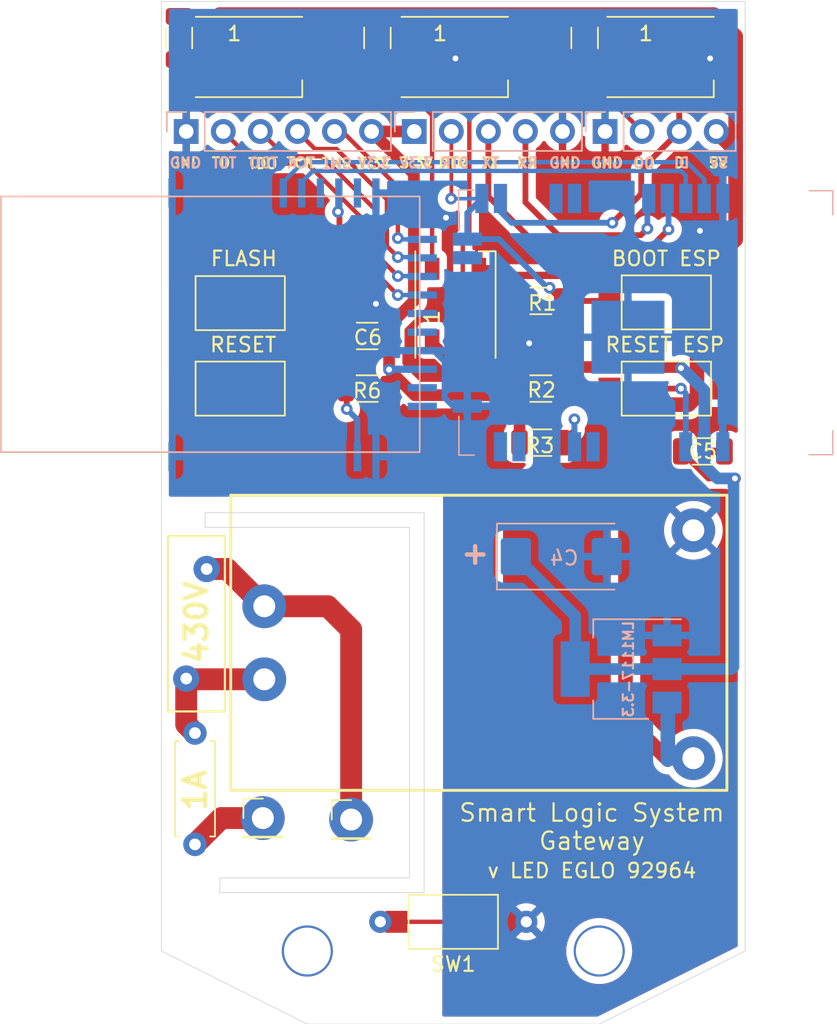
<source format=kicad_pcb>
(kicad_pcb (version 20210606) (generator pcbnew)
  (layers (0 "F.Cu" signal) (31 "B.Cu" signal) (34 "B.Paste" user) (35 "F.Paste" user) (36 "B.SilkS" user "B.Silkscreen") (37 "F.SilkS" user "F.Silkscreen") (38 "B.Mask" user) (39 "F.Mask" user) (44 "Edge.Cuts" user))
  (net 0 "")
  (net 1 "GND")
  (net 2 "o_RX")
  (net 3 "o_TX")
  (net 4 "o_3.3V")
  (net 5 "Net-(MOD1-Pad3)")
  (net 6 "PA_EN")
  (net 7 "SW1")
  (net 8 "CLK")
  (net 9 "CMD")
  (net 10 "Net-(J2-Pad2)")
  (net 11 "D0")
  (net 12 "RST")
  (net 13 "RX_ESP")
  (net 14 "TX_ESP")
  (net 15 "5V")
  (net 16 "Net-(LED3-Pad2)")
  (net 17 "Net-(LED1-Pad2)")
  (net 18 "Net-(LED2-Pad2)")
  (net 19 "/FLASH1")
  (net 20 "Net-(DA1-Pad1)")
  (net 21 "Net-(DA1-Pad2)")
  (net 26 "/TDI1")
  (net 27 "/TDO1")
  (net 30 "LER_R")
  (net 31 "LED_B")
  (net 32 "LED_G")
  (net 33 "Net-(F1-Pad1)")
  (net 34 "reset")
  (net 35 "TCK")
  (net 36 "TMS")
  (footprint "Capacitor_SMD:C_1206_3216Metric" (layer "F.Cu") (at 59 42.5 -90)
    (fp_text reference "C2" hide)
    (fp_text value "C")
    (pad "1" smd roundrect locked (at -1.475 0 270) (size 1.15 1.8) (layers "F.Cu" "F.Paste" "F.Mask") (roundrect_rratio 0.2173913043) (net 15 "5V"))
    (pad "2" smd roundrect locked (at 1.475 0 270) (size 1.15 1.8) (layers "F.Cu" "F.Paste" "F.Mask") (roundrect_rratio 0.2173913043) (net 1 "GND"))
  )
  (footprint "Button_Switch_SMD:SW_SPST_CK_RS282G05A3" (layer "F.Cu") (at 35.4 66.5 180)
    (fp_text reference "SW5" hide)
    (fp_text value "SW_PUSH")
    (pad "1" smd rect locked (at -3.9 0 180) (size 1.5 1.5) (layers "F.Cu" "F.Paste" "F.Mask") (net 34 "reset"))
    (pad "2" smd rect locked (at 3.9 0 180) (size 1.5 1.5) (layers "F.Cu" "F.Paste" "F.Mask") (net 1 "GND"))
  )
  (footprint "Button_Switch_SMD:SW_SPST_CK_RS282G05A3" (layer "F.Cu") (at 64.6 66.5 180)
    (fp_text reference "SW2" hide)
    (fp_text value "SW_PUSH")
    (pad "1" smd rect locked (at -3.9 0 180) (size 1.5 1.5) (layers "F.Cu" "F.Paste" "F.Mask") (net 1 "GND"))
    (pad "2" smd rect locked (at 3.9 0 180) (size 1.5 1.5) (layers "F.Cu" "F.Paste" "F.Mask") (net 5 "Net-(MOD1-Pad3)"))
  )
  (footprint "LED_SMD:LED_WS2812B_PLCC4_5.0x5.0mm_P3.2mm" (layer "F.Cu") (at 50.1 43.8)
    (fp_text reference "LED2" hide)
    (fp_text value "WS2812B")
    (fp_text user "1" (at -1 -1.6) (layer "F.SilkS"))
    (pad "1" smd rect locked (at -2.45 -1.6) (size 1.5 1) (layers "F.Cu" "F.Paste" "F.Mask") (net 15 "5V"))
    (pad "2" smd rect locked (at -2.45 1.6) (size 1.5 1) (layers "F.Cu" "F.Paste" "F.Mask") (net 18 "Net-(LED2-Pad2)"))
    (pad "3" smd rect locked (at 2.45 1.6) (size 1.5 1) (layers "F.Cu" "F.Paste" "F.Mask") (net 1 "GND"))
    (pad "4" smd rect locked (at 2.45 -1.6) (size 1.5 1) (layers "F.Cu" "F.Paste" "F.Mask") (net 17 "Net-(LED1-Pad2)"))
  )
  (footprint "Connector_PinHeader_2.54mm:PinHeader_1x01_P2.54mm_Vertical" (layer "F.Cu") (at 43 96)
    (fp_text reference "J4" hide)
    (fp_text value "Conn_01x01")
    (pad "1" thru_hole circle locked (at 0 0) (size 3 3) (drill 1.5) (layers *.Cu *.Mask) (net 20 "Net-(DA1-Pad1)"))
  )
  (footprint "d_Power_Module:HLK-PM0x" (layer "F.Cu") (at 37.05 81.4)
    (fp_text reference "DA1" hide)
    (fp_text value "HLK-PM01")
    (pad "1" thru_hole circle locked (at 0 0) (size 3 3) (drill 1.5) (layers *.Cu *.Mask) (net 20 "Net-(DA1-Pad1)"))
    (pad "2" thru_hole circle locked (at 0 5) (size 3 3) (drill 1.5) (layers *.Cu *.Mask) (net 21 "Net-(DA1-Pad2)"))
    (pad "3" thru_hole circle locked (at 29.4 -5.2) (size 3 3) (drill 1.5) (layers *.Cu *.Mask) (net 1 "GND"))
    (pad "4" thru_hole circle locked (at 29.4 10.4) (size 3 3) (drill 1.5) (layers *.Cu *.Mask) (net 15 "5V"))
  )
  (footprint "Capacitor_SMD:C_1206_3216Metric" (layer "F.Cu") (at 44.8 42.5 -90)
    (fp_text reference "C3" hide)
    (fp_text value "C")
    (pad "1" smd roundrect locked (at -1.475 0 270) (size 1.15 1.8) (layers "F.Cu" "F.Paste" "F.Mask") (roundrect_rratio 0.2173913043) (net 15 "5V"))
    (pad "2" smd roundrect locked (at 1.475 0 270) (size 1.15 1.8) (layers "F.Cu" "F.Paste" "F.Mask") (roundrect_rratio 0.2173913043) (net 1 "GND"))
  )
  (footprint "Capacitor_SMD:C_1206_3216Metric" (layer "F.Cu") (at 67.1 70.8)
    (fp_text reference "C5" (at 0 0) (layer "F.SilkS"))
    (fp_text value "C")
    (pad "1" smd roundrect locked (at -1.475 0) (size 1.15 1.8) (layers "F.Cu" "F.Paste" "F.Mask") (roundrect_rratio 0.2173913043) (net 4 "o_3.3V"))
    (pad "2" smd roundrect locked (at 1.475 0) (size 1.15 1.8) (layers "F.Cu" "F.Paste" "F.Mask") (roundrect_rratio 0.2173913043) (net 1 "GND"))
  )
  (footprint "Resistor_SMD:R_1206_3216Metric" (layer "F.Cu") (at 56 60.5)
    (fp_text reference "R1" (at 0.1 0.15 180) (layer "F.SilkS"))
    (fp_text value "10k")
    (pad "1" smd roundrect locked (at -1.4625 0) (size 1.125 1.75) (layers "F.Cu" "F.Paste" "F.Mask") (roundrect_rratio 0.2222222222) (net 4 "o_3.3V"))
    (pad "2" smd roundrect locked (at 1.4625 0) (size 1.125 1.75) (layers "F.Cu" "F.Paste" "F.Mask") (roundrect_rratio 0.2222222222) (net 11 "D0"))
  )
  (footprint "Varistor:RV_Disc_D12mm_W3.9mm_P7.5mm" (layer "F.Cu") (at 33.1 78.85 -90)
    (fp_text reference "R4" hide)
    (fp_text value "VARISTOR")
    (pad "1" thru_hole circle locked (at 0 0 270) (size 1.8 1.8) (drill 0.8) (layers *.Cu *.Mask) (net 20 "Net-(DA1-Pad1)"))
    (pad "2" thru_hole circle locked (at 7.5 1.4 270) (size 1.8 1.8) (drill 0.8) (layers *.Cu *.Mask) (net 21 "Net-(DA1-Pad2)"))
  )
  (footprint "LED_SMD:LED_WS2812B_PLCC4_5.0x5.0mm_P3.2mm" (layer "F.Cu") (at 36 43.8)
    (fp_text reference "LED3" hide)
    (fp_text value "WS2812B")
    (fp_text user "1" (at -1 -1.6) (layer "F.SilkS"))
    (pad "1" smd rect locked (at -2.45 -1.6) (size 1.5 1) (layers "F.Cu" "F.Paste" "F.Mask") (net 15 "5V"))
    (pad "2" smd rect locked (at -2.45 1.6) (size 1.5 1) (layers "F.Cu" "F.Paste" "F.Mask") (net 16 "Net-(LED3-Pad2)"))
    (pad "3" smd rect locked (at 2.45 1.6) (size 1.5 1) (layers "F.Cu" "F.Paste" "F.Mask") (net 1 "GND"))
    (pad "4" smd rect locked (at 2.45 -1.6) (size 1.5 1) (layers "F.Cu" "F.Paste" "F.Mask") (net 18 "Net-(LED2-Pad2)"))
  )
  (footprint "Connector_PinHeader_2.54mm:PinHeader_1x01_P2.54mm_Vertical" (layer "F.Cu") (at 36.95 95.9)
    (fp_text reference "J3" hide)
    (fp_text value "Conn_01x01")
    (pad "1" thru_hole circle locked (at 0 0) (size 3 3) (drill 1.5) (layers *.Cu *.Mask) (net 33 "Net-(F1-Pad1)"))
  )
  (footprint "LED_SMD:LED_WS2812B_PLCC4_5.0x5.0mm_P3.2mm" (layer "F.Cu") (at 64.2 43.8)
    (fp_text reference "LED1" hide)
    (fp_text value "WS2812B")
    (fp_text user "1" (at -1 -1.6) (layer "F.SilkS"))
    (pad "1" smd rect locked (at -2.45 -1.6) (size 1.5 1) (layers "F.Cu" "F.Paste" "F.Mask") (net 15 "5V"))
    (pad "2" smd rect locked (at -2.45 1.6) (size 1.5 1) (layers "F.Cu" "F.Paste" "F.Mask") (net 17 "Net-(LED1-Pad2)"))
    (pad "3" smd rect locked (at 2.45 1.6) (size 1.5 1) (layers "F.Cu" "F.Paste" "F.Mask") (net 1 "GND"))
    (pad "4" smd rect locked (at 2.45 -1.6) (size 1.5 1) (layers "F.Cu" "F.Paste" "F.Mask") (net 30 "LER_R"))
  )
  (footprint "Resistor_SMD:R_1206_3216Metric" (layer "F.Cu") (at 44.1 66.5)
    (fp_text reference "R6" (at 0 0.15) (layer "F.SilkS"))
    (fp_text value "10k")
    (pad "1" smd roundrect locked (at -1.4625 0) (size 1.125 1.75) (layers "F.Cu" "F.Paste" "F.Mask") (roundrect_rratio 0.2222222222) (net 34 "reset"))
    (pad "2" smd roundrect locked (at 1.4625 0) (size 1.125 1.75) (layers "F.Cu" "F.Paste" "F.Mask") (roundrect_rratio 0.2222222222) (net 4 "o_3.3V"))
  )
  (footprint "Resistor_THT:R_Axial_DIN0207_L6.3mm_D2.5mm_P7.62mm_Horizontal" (layer "F.Cu") (at 32.3 97.7 90)
    (fp_text reference "F1" hide)
    (fp_text value "F_Small")
    (pad "1" thru_hole circle locked (at 0 0 90) (size 1.6 1.6) (drill 0.8) (layers *.Cu *.Mask) (net 33 "Net-(F1-Pad1)"))
    (pad "2" thru_hole oval locked (at 7.62 0 90) (size 1.6 1.6) (drill 0.8) (layers *.Cu *.Mask) (net 21 "Net-(DA1-Pad2)"))
  )
  (footprint "Button_Switch_SMD:SW_SPST_CK_RS282G05A3" (layer "F.Cu") (at 50 103 180)
    (fp_text reference "SW3" hide)
    (fp_text value "SW_PUSH")
    (pad "1" smd rect locked (at -3.9 0 180) (size 1.5 1.5) (layers "F.Cu" "F.Paste" "F.Mask") (net 1 "GND"))
    (pad "1" thru_hole circle locked (at -5 0 180) (size 1.524 1.524) (drill 0.762) (layers *.Cu *.Mask) (net 1 "GND"))
    (pad "2" smd rect locked (at 3.9 0 180) (size 1.5 1.5) (layers "F.Cu" "F.Paste" "F.Mask") (net 7 "SW1"))
    (pad "2" thru_hole circle locked (at 5 0 180) (size 1.524 1.524) (drill 0.762) (layers *.Cu *.Mask) (net 7 "SW1"))
  )
  (footprint "Capacitor_SMD:C_1206_3216Metric" (layer "F.Cu") (at 31.2 42.5 -90)
    (fp_text reference "C1" hide)
    (fp_text value "C")
    (pad "1" smd roundrect locked (at -1.475 0 270) (size 1.15 1.8) (layers "F.Cu" "F.Paste" "F.Mask") (roundrect_rratio 0.2173913043) (net 15 "5V"))
    (pad "2" smd roundrect locked (at 1.475 0 270) (size 1.15 1.8) (layers "F.Cu" "F.Paste" "F.Mask") (roundrect_rratio 0.2173913043) (net 1 "GND"))
  )
  (footprint "Resistor_SMD:R_1206_3216Metric" (layer "F.Cu") (at 56 70.2 180)
    (fp_text reference "R3" (at 0.05 -0.2 180) (layer "F.SilkS"))
    (fp_text value "10k")
    (pad "1" smd roundrect locked (at -1.4625 0 180) (size 1.125 1.75) (layers "F.Cu" "F.Paste" "F.Mask") (roundrect_rratio 0.2222222222) (net 7 "SW1"))
    (pad "2" smd roundrect locked (at 1.4625 0 180) (size 1.125 1.75) (layers "F.Cu" "F.Paste" "F.Mask") (roundrect_rratio 0.2222222222) (net 4 "o_3.3V"))
  )
  (footprint "LED_SMD:LED_WS2812B_PLCC4_5.0x5.0mm_P3.2mm" (layer "F.Cu") (at 50.15 60.75 90)
    (fp_text reference "LED4" hide)
    (fp_text value "WS2812B")
    (fp_text user "1" (at -0.85 -1.6 90) (layer "F.SilkS"))
    (pad "1" smd rect locked (at -2.45 -1.6 90) (size 1.5 1) (layers "F.Cu" "F.Paste" "F.Mask") (net 15 "5V"))
    (pad "2" smd rect locked (at -2.45 1.6 90) (size 1.5 1) (layers "F.Cu" "F.Paste" "F.Mask") (net 10 "Net-(J2-Pad2)"))
    (pad "3" smd rect locked (at 2.45 1.6 90) (size 1.5 1) (layers "F.Cu" "F.Paste" "F.Mask") (net 1 "GND"))
    (pad "4" smd rect locked (at 2.45 -1.6 90) (size 1.5 1) (layers "F.Cu" "F.Paste" "F.Mask") (net 16 "Net-(LED3-Pad2)"))
  )
  (footprint "Resistor_SMD:R_1206_3216Metric" (layer "F.Cu") (at 56 66.5)
    (fp_text reference "R2" (at 0.05 0.1 180) (layer "F.SilkS"))
    (fp_text value "10k")
    (pad "1" smd roundrect locked (at -1.4625 0) (size 1.125 1.75) (layers "F.Cu" "F.Paste" "F.Mask") (roundrect_rratio 0.2222222222) (net 4 "o_3.3V"))
    (pad "2" smd roundrect locked (at 1.4625 0) (size 1.125 1.75) (layers "F.Cu" "F.Paste" "F.Mask") (roundrect_rratio 0.2222222222) (net 5 "Net-(MOD1-Pad3)"))
  )
  (footprint "Capacitor_SMD:C_1206_3216Metric" (layer "F.Cu") (at 44.1 62.9 180)
    (fp_text reference "C6" (at -0.05 -0.1) (layer "F.SilkS"))
    (fp_text value "C")
    (pad "1" smd roundrect locked (at -1.475 0 180) (size 1.15 1.8) (layers "F.Cu" "F.Paste" "F.Mask") (roundrect_rratio 0.2173913043) (net 4 "o_3.3V"))
    (pad "2" smd roundrect locked (at 1.475 0 180) (size 1.15 1.8) (layers "F.Cu" "F.Paste" "F.Mask") (roundrect_rratio 0.2173913043) (net 1 "GND"))
  )
  (footprint "Button_Switch_SMD:SW_SPST_CK_RS282G05A3" (layer "F.Cu") (at 64.6 60.6 180)
    (fp_text reference "SW1" hide)
    (fp_text value "SW_PUSH")
    (pad "1" smd rect locked (at -3.9 0 180) (size 1.5 1.5) (layers "F.Cu" "F.Paste" "F.Mask") (net 1 "GND"))
    (pad "2" smd rect locked (at 3.9 0 180) (size 1.5 1.5) (layers "F.Cu" "F.Paste" "F.Mask") (net 11 "D0"))
  )
  (footprint "Button_Switch_SMD:SW_SPST_CK_RS282G05A3" (layer "F.Cu") (at 35.4 60.65)
    (fp_text reference "SW4" hide)
    (fp_text value "SW_PUSH")
    (pad "1" smd rect locked (at -3.9 0) (size 1.5 1.5) (layers "F.Cu" "F.Paste" "F.Mask") (net 1 "GND"))
    (pad "2" smd rect locked (at 3.9 0) (size 1.5 1.5) (layers "F.Cu" "F.Paste" "F.Mask") (net 19 "/FLASH1"))
  )
  (footprint "Connector_PinHeader_2.54mm:PinHeader_1x06_P2.54mm_Vertical" (layer "B.Cu") (at 31.7 48.9 -90)
    (fp_text reference "J5" hide)
    (fp_text value "Conn_01x06_Male")
    (pad "1" thru_hole rect locked (at 0 0 270) (size 1.7 1.7) (drill 1) (layers *.Cu *.Mask) (net 1 "GND"))
    (pad "2" thru_hole oval locked (at 0 -2.54 270) (size 1.7 1.7) (drill 1) (layers *.Cu *.Mask) (net 26 "/TDI1"))
    (pad "3" thru_hole oval locked (at 0 -5.08 270) (size 1.7 1.7) (drill 1) (layers *.Cu *.Mask) (net 27 "/TDO1"))
    (pad "4" thru_hole oval locked (at 0 -7.62 270) (size 1.7 1.7) (drill 1) (layers *.Cu *.Mask) (net 35 "TCK"))
    (pad "5" thru_hole oval locked (at 0 -10.16 270) (size 1.7 1.7) (drill 1) (layers *.Cu *.Mask) (net 36 "TMS"))
    (pad "6" thru_hole oval locked (at 0 -12.7 270) (size 1.7 1.7) (drill 1) (layers *.Cu *.Mask) (net 4 "o_3.3V"))
  )
  (footprint "Capacitor_Tantalum_SMD:CP_EIA-7343-15_Kemet-W" (layer "B.Cu") (at 57.4 78)
    (fp_text reference "C4" (at 0.2 0.1) (layer "B.SilkS") (effects (justify mirror)))
    (fp_text value "CP")
    (pad "1" smd roundrect locked (at -3.1125 0) (size 2.075 2.55) (layers "B.Cu" "B.Paste" "B.Mask") (roundrect_rratio 0.1204819277) (net 4 "o_3.3V"))
    (pad "2" smd roundrect locked (at 3.1125 0) (size 2.075 2.55) (layers "B.Cu" "B.Paste" "B.Mask") (roundrect_rratio 0.1204819277) (net 1 "GND"))
  )
  (footprint "digikey-footprints:ESP32-WROOM-32D" (layer "B.Cu") (at 60.215 61.985 90)
    (fp_text reference "MOD1" hide)
    (fp_text value "ESP32-WROOM-32")
    (pad "1" smd rect locked (at -8.5 8.255 90) (size 2 0.9) (layers "B.Cu" "B.Paste" "B.Mask") (net 1 "GND"))
    (pad "2" smd rect locked (at -8.5 6.985 90) (size 2 0.9) (layers "B.Cu" "B.Paste" "B.Mask") (net 4 "o_3.3V"))
    (pad "3" smd rect locked (at -8.5 5.715 90) (size 2 0.9) (layers "B.Cu" "B.Paste" "B.Mask") (net 5 "Net-(MOD1-Pad3)"))
    (pad "8" smd rect locked (at -8.5 -0.635 90) (size 2 0.9) (layers "B.Cu" "B.Paste" "B.Mask") (net 6 "PA_EN"))
    (pad "9" smd rect locked (at -8.5 -1.905 90) (size 2 0.9) (layers "B.Cu" "B.Paste" "B.Mask") (net 7 "SW1"))
    (pad "12" smd rect locked (at -8.5 -5.715 90) (size 2 0.9) (layers "B.Cu" "B.Paste" "B.Mask") (net 31 "LED_B"))
    (pad "13" smd rect locked (at -8.5 -6.985 90) (size 2 0.9) (layers "B.Cu" "B.Paste" "B.Mask") (net 8 "CLK"))
    (pad "15" smd rect locked (at -5.715 -9.255) (size 2 0.9) (layers "B.Cu" "B.Paste" "B.Mask") (net 1 "GND"))
    (pad "23" smd rect locked (at 4.445 -9.255) (size 2 0.9) (layers "B.Cu" "B.Paste" "B.Mask") (net 9 "CMD"))
    (pad "24" smd rect locked (at 5.715 -9.255) (size 2 0.9) (layers "B.Cu" "B.Paste" "B.Mask") (net 11 "D0"))
    (pad "25" smd rect locked (at 8.5 -8.255 90) (size 2 0.9) (layers "B.Cu" "B.Paste" "B.Mask") (net 11 "D0"))
    (pad "26" smd rect locked (at 8.5 -6.985 90) (size 2 0.9) (layers "B.Cu" "B.Paste" "B.Mask") (net 30 "LER_R"))
    (pad "29" smd rect locked (at 8.5 -3.175 90) (size 2 0.9) (layers "B.Cu" "B.Paste" "B.Mask") (net 32 "LED_G"))
    (pad "30" smd rect locked (at 8.5 -1.905 90) (size 2 0.9) (layers "B.Cu" "B.Paste" "B.Mask") (net 12 "RST"))
    (pad "34" smd rect locked (at 8.5 3.175 90) (size 2 0.9) (layers "B.Cu" "B.Paste" "B.Mask") (net 13 "RX_ESP"))
    (pad "35" smd rect locked (at 8.5 4.445 90) (size 2 0.9) (layers "B.Cu" "B.Paste" "B.Mask") (net 14 "TX_ESP"))
    (pad "36" smd rect locked (at 8.5 5.715 90) (size 2 0.9) (layers "B.Cu" "B.Paste" "B.Mask") (net 2 "o_RX"))
    (pad "37" smd rect locked (at 8.5 6.985 90) (size 2 0.9) (layers "B.Cu" "B.Paste" "B.Mask") (net 3 "o_TX"))
    (pad "38" smd rect locked (at 8.5 8.255 90) (size 2 0.9) (layers "B.Cu" "B.Paste" "B.Mask") (net 1 "GND"))
    (pad "39" smd rect locked (at -1 1.755 90) (size 5 5) (layers "B.Cu" "B.Paste" "B.Mask") (net 1 "GND"))
  )
  (footprint "Connector_PinHeader_2.54mm:PinHeader_1x05_P2.54mm_Vertical" (layer "B.Cu") (at 47.325 48.9 -90)
    (fp_text reference "J1" hide)
    (fp_text value "Conn_01x05_Male")
    (pad "1" thru_hole rect locked (at 0 0 270) (size 1.7 1.7) (drill 1) (layers *.Cu *.Mask) (net 4 "o_3.3V"))
    (pad "2" thru_hole oval locked (at 0 -2.54 270) (size 1.7 1.7) (drill 1) (layers *.Cu *.Mask) (net 11 "D0"))
    (pad "3" thru_hole oval locked (at 0 -5.08 270) (size 1.7 1.7) (drill 1) (layers *.Cu *.Mask) (net 14 "TX_ESP"))
    (pad "4" thru_hole oval locked (at 0 -7.62 270) (size 1.7 1.7) (drill 1) (layers *.Cu *.Mask) (net 13 "RX_ESP"))
    (pad "5" thru_hole oval locked (at 0 -10.16 270) (size 1.7 1.7) (drill 1) (layers *.Cu *.Mask) (net 1 "GND"))
  )
  (footprint "Package_TO_SOT_SMD:SOT-223-3_TabPin2" (layer "B.Cu") (at 61.5 85.7 180)
    (fp_text reference "U1" hide)
    (fp_text value "LM1117-3.3")
    (pad "1" smd rect locked (at -3.15 2.3 180) (size 2 1.5) (layers "B.Cu" "B.Paste" "B.Mask") (net 1 "GND"))
    (pad "2" smd rect locked (at -3.15 0 180) (size 2 1.5) (layers "B.Cu" "B.Paste" "B.Mask") (net 4 "o_3.3V"))
    (pad "2" smd rect locked (at 3.15 0 180) (size 2 3.8) (layers "B.Cu" "B.Paste" "B.Mask") (net 4 "o_3.3V"))
    (pad "3" smd rect locked (at -3.15 -2.3 180) (size 2 1.5) (layers "B.Cu" "B.Paste" "B.Mask") (net 15 "5V"))
  )
  (footprint "imm_lib:E72-2G4M20S1E" (layer "B.Cu") (at 32 62 -90)
    (fp_text reference "D3" hide)
    (fp_text value "E72-2G4M20S1E")
    (pad "1" smd rect (at -8.89 1.27 270) (size 2 0.5) (layers "B.Cu" "B.Paste" "B.Mask") (net 1 "GND"))
    (pad "7" smd rect (at -8.89 -6.35 270) (size 2 0.5) (layers "B.Cu" "B.Paste" "B.Mask") (net 3 "o_TX"))
    (pad "8" smd rect (at -8.89 -7.62 270) (size 2 0.5) (layers "B.Cu" "B.Paste" "B.Mask") (net 2 "o_RX"))
    (pad "9" smd rect (at -8.89 -8.89 270) (size 2 0.5) (layers "B.Cu" "B.Paste" "B.Mask"))
    (pad "10" smd rect (at -8.89 -10.16 270) (size 2 0.5) (layers "B.Cu" "B.Paste" "B.Mask") (net 19 "/FLASH1"))
    (pad "11" smd rect (at -8.89 -11.43 270) (size 2 0.5) (layers "B.Cu" "B.Paste" "B.Mask"))
    (pad "12" smd rect (at -8.89 -12.7 270) (size 2 0.5) (layers "B.Cu" "B.Paste" "B.Mask") (net 1 "GND"))
    (pad "13" smd rect (at -5.715 -15.875 180) (size 2 0.5) (layers "B.Cu" "B.Paste" "B.Mask") (net 36 "TMS"))
    (pad "14" smd rect (at -4.445 -15.875 180) (size 2 0.5) (layers "B.Cu" "B.Paste" "B.Mask") (net 35 "TCK"))
    (pad "15" smd rect (at -3.175 -15.875 180) (size 2 0.5) (layers "B.Cu" "B.Paste" "B.Mask") (net 27 "/TDO1"))
    (pad "16" smd rect (at -1.905 -15.875 180) (size 2 0.5) (layers "B.Cu" "B.Paste" "B.Mask") (net 26 "/TDI1"))
    (pad "17" smd rect (at -0.635 -15.875 180) (size 2 0.5) (layers "B.Cu" "B.Paste" "B.Mask"))
    (pad "18" smd rect (at 0.635 -15.875 180) (size 2 0.5) (layers "B.Cu" "B.Paste" "B.Mask"))
    (pad "19" smd rect (at 1.905 -15.875 180) (size 2 0.5) (layers "B.Cu" "B.Paste" "B.Mask") (net 1 "GND"))
    (pad "20" smd rect (at 3.175 -15.875 180) (size 2 0.5) (layers "B.Cu" "B.Paste" "B.Mask") (net 4 "o_3.3V"))
    (pad "21" smd rect (at 4.445 -15.875 180) (size 2 0.5) (layers "B.Cu" "B.Paste" "B.Mask"))
    (pad "22" smd rect (at 5.715 -15.875 180) (size 2 0.5) (layers "B.Cu" "B.Paste" "B.Mask"))
    (pad "23" smd rect (at 9.16 -12.7 270) (size 2 0.5) (layers "B.Cu" "B.Paste" "B.Mask") (net 1 "GND"))
    (pad "24" smd rect (at 9.16 -11.43 270) (size 2 0.5) (layers "B.Cu" "B.Paste" "B.Mask") (net 34 "reset"))
    (pad "34" smd rect (at 9.16 1.27 270) (size 2 0.5) (layers "B.Cu" "B.Paste" "B.Mask") (net 1 "GND"))
  )
  (footprint "Connector_PinHeader_2.54mm:PinHeader_1x04_P2.54mm_Vertical" (layer "B.Cu") (at 60.4 48.9 -90)
    (fp_text reference "J2" hide)
    (fp_text value "Conn_01x04_Male")
    (pad "1" thru_hole rect locked (at 0 0 270) (size 1.7 1.7) (drill 1) (layers *.Cu *.Mask) (net 1 "GND"))
    (pad "2" thru_hole oval locked (at 0 -2.54 270) (size 1.7 1.7) (drill 1) (layers *.Cu *.Mask) (net 10 "Net-(J2-Pad2)"))
    (pad "3" thru_hole oval locked (at 0 -5.08 270) (size 1.7 1.7) (drill 1) (layers *.Cu *.Mask) (net 30 "LER_R"))
    (pad "4" thru_hole oval locked (at 0 -7.62 270) (size 1.7 1.7) (drill 1) (layers *.Cu *.Mask) (net 15 "5V"))
  )
  (gr_line (start 47 76) (end 33 76) (layer "Edge.Cuts") (width 0.05))
  (gr_line (start 30 105) (end 30 40) (layer "Edge.Cuts") (width 0.05))
  (gr_line (start 48 101) (end 34 101) (layer "Edge.Cuts") (width 0.05))
  (gr_line (start 70 105) (end 60 110) (layer "Edge.Cuts") (width 0.05))
  (gr_line (start 40 110) (end 30 105) (layer "Edge.Cuts") (width 0.05))
  (gr_line (start 48 75) (end 48 101) (layer "Edge.Cuts") (width 0.05))
  (gr_line (start 33 76) (end 33 75) (layer "Edge.Cuts") (width 0.05))
  (gr_line (start 30 40) (end 70 40) (layer "Edge.Cuts") (width 0.05))
  (gr_line (start 33 75) (end 48 75) (layer "Edge.Cuts") (width 0.05))
  (gr_line (start 34 101) (end 34 100) (layer "Edge.Cuts") (width 0.05))
  (gr_line (start 70 40) (end 70 105) (layer "Edge.Cuts") (width 0.05))
  (gr_line (start 60 110) (end 40 110) (layer "Edge.Cuts") (width 0.05))
  (gr_line (start 34 100) (end 47 100) (layer "Edge.Cuts") (width 0.05))
  (gr_line (start 47 100) (end 47 76) (layer "Edge.Cuts") (width 0.05))
  (gr_text "TX" (at 52.55 51.05) (layer "B.SilkS") (effects (font (size 0.7 0.7)) (justify mirror)))
  (gr_text "TMS" (at 42.05 51.05 180) (layer "B.SilkS") (effects (font (size 0.7 0.7)) (justify mirror)))
  (gr_text "DTR" (at 50.1 51.05) (layer "B.SilkS") (effects (font (size 0.7 0.7)) (justify mirror)))
  (gr_text "DI" (at 65.65 51.05) (layer "B.SilkS") (effects (font (size 0.7 0.7)) (justify mirror)))
  (gr_text "GND" (at 60.5 51.05) (layer "B.SilkS") (effects (font (size 0.7 0.7)) (justify mirror)))
  (gr_text "LM1117-3.3" (at 62 85.7 90) (layer "B.SilkS") (effects (font (size 0.7 0.7)) (justify mirror)))
  (gr_text "TDI" (at 34.35 51.05) (layer "B.SilkS") (effects (font (size 0.7 0.7)) (justify mirror)))
  (gr_text "GND" (at 57.65 51.05) (layer "B.SilkS") (effects (font (size 0.7 0.7)) (justify mirror)))
  (gr_text "TDO" (at 37 51.05) (layer "B.SilkS") (effects (font (size 0.7 0.7)) (justify mirror)))
  (gr_text "TCK" (at 39.55 51.05) (layer "B.SilkS") (effects (font (size 0.7 0.7)) (justify mirror)))
  (gr_text "DO" (at 63.05 51.05) (layer "B.SilkS") (effects (font (size 0.7 0.7)) (justify mirror)))
  (gr_text "5V" (at 68.2 51.05) (layer "B.SilkS") (effects (font (size 0.7 0.7)) (justify mirror)))
  (gr_text "RX" (at 55.1 51.05) (layer "B.SilkS") (effects (font (size 0.7 0.7)) (justify mirror)))
  (gr_text "3.3V" (at 47.45 51.05) (layer "B.SilkS") (effects (font (size 0.7 0.7)) (justify mirror)))
  (gr_text "3.3V" (at 44.6 51.05) (layer "B.SilkS") (effects (font (size 0.7 0.7)) (justify mirror)))
  (gr_text "GND" (at 31.65 51.05) (layer "B.SilkS") (effects (font (size 0.7 0.7)) (justify mirror)))
  (gr_text "+" (at 51.5 77.75) (layer "B.SilkS") (effects (font (size 1.5 1.5) (thickness 0.3)) (justify mirror)))
  (gr_text "TMS" (at 42 51.1) (layer "F.SilkS") (effects (font (size 0.7 0.7))))
  (gr_text "BOOT ESP" (at 64.6 57.6) (layer "F.SilkS") (effects (font (size 1 1))))
  (gr_text "DO" (at 63.1 51.1) (layer "F.SilkS") (effects (font (size 0.7 0.7))))
  (gr_text "TX" (at 52.55 51.05) (layer "F.SilkS") (effects (font (size 0.7 0.7))))
  (gr_text "3.3V" (at 47.45 51.05) (layer "F.SilkS") (effects (font (size 0.7 0.7))))
  (gr_text "TDI" (at 34.25 51.05) (layer "F.SilkS") (effects (font (size 0.7 0.7))))
  (gr_text "1A" (at 32.3 94 90) (layer "F.SilkS") (effects (font (size 1.5 1.5) (thickness 0.3))))
  (gr_text "5V" (at 68.15 51.05) (layer "F.SilkS") (effects (font (size 0.7 0.7))))
  (gr_text "TDO" (at 36.95 51.1) (layer "F.SilkS") (effects (font (size 0.7 0.7))))
  (gr_text "Smart Logic System\nGateway" (at 59.5 96.5) (layer "F.SilkS") (effects (font (size 1.2 1.2))))
  (gr_text "3.3V" (at 44.5 51.1) (layer "F.SilkS") (effects (font (size 0.7 0.7))))
  (gr_text "v LED EGLO 92964" (at 59.5 99.5) (layer "F.SilkS") (effects (font (size 1 1))))
  (gr_text "430V" (at 32.4 82.5 90) (layer "F.SilkS") (effects (font (size 1.5 1.5) (thickness 0.3))))
  (gr_text "RESET ESP" (at 64.5 63.5) (layer "F.SilkS") (effects (font (size 1 1))))
  (gr_text "GND" (at 57.65 51.05) (layer "F.SilkS") (effects (font (size 0.7 0.7))))
  (gr_text "GND" (at 31.65 51.05) (layer "F.SilkS") (effects (font (size 0.7 0.7))))
  (gr_text "DI" (at 65.65 51.05) (layer "F.SilkS") (effects (font (size 0.7 0.7))))
  (gr_text "RX" (at 55.05 51.05) (layer "F.SilkS") (effects (font (size 0.7 0.7))))
  (gr_text "DTR" (at 49.95 51.05) (layer "F.SilkS") (effects (font (size 0.7 0.7))))
  (gr_text "RESET" (at 35.6 63.5) (layer "F.SilkS") (effects (font (size 1 1))))
  (gr_text "GND" (at 60.55 51.05) (layer "F.SilkS") (effects (font (size 0.7 0.7))))
  (gr_text "SW1" (at 50 105.9) (layer "F.SilkS") (effects (font (size 1 1))))
  (gr_text "TCK" (at 39.55 51.05) (layer "F.SilkS") (effects (font (size 0.7 0.7))))
  (gr_text "FLASH" (at 35.65 57.6) (layer "F.SilkS") (effects (font (size 1 1))))
  (via (at 40 105) (size 3.5) (drill 3.2) (layers "F.Cu" "B.Cu") (net 0))
  (via (at 60 105) (size 3.5) (drill 3.2) (layers "F.Cu" "B.Cu") (net 0))
  (via (at 49.5 54.8) (size 0.8) (drill 0.4) (layers "F.Cu" "B.Cu") (net 1))
  (via (at 67.6 43.9) (size 0.8) (drill 0.4) (layers "F.Cu" "B.Cu") (net 1))
  (via (at 50.15 43.9) (size 0.8) (drill 0.4) (layers "F.Cu" "B.Cu") (net 1))
  (via (at 44.7 60.7) (size 0.8) (drill 0.4) (layers "F.Cu" "B.Cu") (net 1))
  (via (at 66.9 55.7) (size 0.8) (drill 0.4) (layers "F.Cu" "B.Cu") (net 1))
  (via (at 55.2 63.4) (size 0.8) (drill 0.4) (layers "F.Cu" "B.Cu") (net 1))
  (segment (start 50.96 67.7) (end 49.980978 67.7) (width 0.4) (layer "B.Cu") (net 1))
  (segment (start 49.4 67.119022) (end 49.4 64.650978) (width 0.4) (layer "B.Cu") (net 1))
  (segment (start 49.4 64.650978) (end 48.654022 63.905) (width 0.4) (layer "B.Cu") (net 1))
  (segment (start 48.654022 63.905) (end 47.875 63.905) (width 0.4) (layer "B.Cu") (net 1))
  (segment (start 49.980978 67.7) (end 49.4 67.119022) (width 0.4) (layer "B.Cu") (net 1))
  (segment (start 39.62 52.36) (end 40.38 51.6) (width 0.3) (layer "B.Cu") (net 2))
  (segment (start 40.38 51.6) (end 65.6 51.6) (width 0.3) (layer "B.Cu") (net 2))
  (segment (start 65.93 51.93) (end 65.93 53.485) (width 0.3) (layer "B.Cu") (net 2))
  (segment (start 39.62 53.11) (end 39.62 52.36) (width 0.3) (layer "B.Cu") (net 2))
  (segment (start 65.6 51.6) (end 65.93 51.93) (width 0.3) (layer "B.Cu") (net 2))
  (segment (start 66.015 51) (end 67.2 52.185) (width 0.3) (layer "B.Cu") (net 3))
  (segment (start 38.35 52.36) (end 39.71 51) (width 0.3) (layer "B.Cu") (net 3))
  (segment (start 38.35 53.11) (end 38.35 52.36) (width 0.3) (layer "B.Cu") (net 3))
  (segment (start 39.71 51) (end 66.015 51) (width 0.3) (layer "B.Cu") (net 3))
  (segment (start 67.2 52.185) (end 67.2 53.485) (width 0.3) (layer "B.Cu") (net 3))
  (segment (start 47.3 60.5) (end 45.6 62.2) (width 0.8) (layer "F.Cu") (net 4))
  (segment (start 54.0875 66.95) (end 47.35 66.95) (width 0.8) (layer "F.Cu") (net 4))
  (segment (start 45.6 62.925) (end 45.575 62.9) (width 0.4) (layer "F.Cu") (net 4))
  (segment (start 56.01202 65.02548) (end 54.5375 66.5) (width 0.8) (layer "F.Cu") (net 4))
  (segment (start 47.3 51.8) (end 47.3 60.5) (width 0.8) (layer "F.Cu") (net 4))
  (segment (start 45.6 62.2) (end 45.6 65.2) (width 0.8) (layer "F.Cu") (net 4))
  (segment (start 45.6 66.4625) (end 45.5625 66.5) (width 0.4) (layer "F.Cu") (net 4))
  (segment (start 45.6 65.2) (end 45.6 62.925) (width 0.4) (layer "F.Cu") (net 4))
  (segment (start 54.5375 60.5) (end 55 60.5) (width 0.8) (layer "F.Cu") (net 4))
  (segment (start 55 60.5) (end 57.22548 62.72548) (width 0.8) (layer "F.Cu") (net 4))
  (segment (start 47.35 66.95) (end 45.6 65.2) (width 0.8) (layer "F.Cu") (net 4))
  (segment (start 65.6 65.1) (end 65.52548 65.02548) (width 0.8) (layer "F.Cu") (net 4))
  (segment (start 67.475 72.65) (end 65.625 70.8) (width 0.4) (layer "F.Cu") (net 4))
  (segment (start 65.52548 65.02548) (end 56.01202 65.02548) (width 0.8) (layer "F.Cu") (net 4))
  (segment (start 44.4 48.9) (end 47.325 48.9) (width 0.8) (layer "F.Cu") (net 4))
  (segment (start 45.6 65.2) (end 45.6 66.4625) (width 0.4) (layer "F.Cu") (net 4))
  (segment (start 54.5375 66.5) (end 54.0875 66.95) (width 0.8) (layer "F.Cu") (net 4))
  (segment (start 57.22548 62.72548) (end 57.22548 65.02548) (width 0.8) (layer "F.Cu") (net 4))
  (segment (start 54.5375 66.5) (end 54.5375 70.2) (width 0.8) (layer "F.Cu") (net 4))
  (segment (start 44.4 48.9) (end 47.3 51.8) (width 0.8) (layer "F.Cu") (net 4))
  (segment (start 69.3 72.65) (end 67.475 72.65) (width 0.4) (layer "F.Cu") (net 4))
  (via (at 65.6 65.1) (size 0.8) (drill 0.4) (layers "F.Cu" "B.Cu") (net 4))
  (via (at 45.6 65.2) (size 0.8) (drill 0.4) (layers "F.Cu" "B.Cu") (net 4))
  (via (at 69.3 72.65) (size 0.8) (drill 0.4) (layers "F.Cu" "B.Cu") (net 4))
  (segment (start 68.10588 72.65) (end 69.3 72.65) (width 0.8) (layer "B.Cu") (net 4))
  (segment (start 69.2 85.55) (end 69.05 85.7) (width 0.8) (layer "B.Cu") (net 4))
  (segment (start 47.875 65.175) (end 45.625 65.175) (width 0.5) (layer "B.Cu") (net 4))
  (segment (start 67.2 70.485) (end 67.2 71.74412) (width 0.8) (layer "B.Cu") (net 4))
  (segment (start 67.2 66.620723) (end 67.2 70.485) (width 0.8) (layer "B.Cu") (net 4))
  (segment (start 45.625 65.175) (end 45.6 65.2) (width 0.5) (layer "B.Cu") (net 4))
  (segment (start 69.2 72.75) (end 69.2 85.55) (width 0.8) (layer "B.Cu") (net 4))
  (segment (start 58.35 85.7) (end 58.35 82.0625) (width 0.8) (layer "B.Cu") (net 4))
  (segment (start 64.65 85.7) (end 58.35 85.7) (width 0.8) (layer "B.Cu") (net 4))
  (segment (start 69.05 85.7) (end 64.65 85.7) (width 0.8) (layer "B.Cu") (net 4))
  (segment (start 69.3 72.65) (end 69.2 72.75) (width 0.8) (layer "B.Cu") (net 4))
  (segment (start 58.35 82.0625) (end 54.2875 78) (width 0.8) (layer "B.Cu") (net 4))
  (segment (start 67.2 71.74412) (end 68.10588 72.65) (width 0.8) (layer "B.Cu") (net 4))
  (segment (start 65.6 65.1) (end 65.679277 65.1) (width 0.8) (layer "B.Cu") (net 4))
  (segment (start 65.679277 65.1) (end 67.2 66.620723) (width 0.8) (layer "B.Cu") (net 4))
  (segment (start 65.6 66.5) (end 60.7 66.5) (width 0.4) (layer "F.Cu") (net 5))
  (segment (start 60.7 66.5) (end 57.4625 66.5) (width 0.4) (layer "F.Cu") (net 5))
  (via (at 65.6 66.5) (size 0.8) (drill 0.4) (layers "F.Cu" "B.Cu") (net 5))
  (segment (start 65.93 70.485) (end 65.93 66.83) (width 0.4) (layer "B.Cu") (net 5))
  (segment (start 65.93 66.83) (end 65.6 66.5) (width 0.4) (layer "B.Cu") (net 5))
  (segment (start 57.4625 70.2) (end 52.75 74.9125) (width 0.3) (layer "F.Cu") (net 7))
  (segment (start 50.55 103) (end 46.1 103) (width 0.3) (layer "F.Cu") (net 7))
  (segment (start 52.75 100.8) (end 50.55 103) (width 0.3) (layer "F.Cu") (net 7))
  (segment (start 52.75 74.9125) (end 52.75 100.8) (width 0.3) (layer "F.Cu") (net 7))
  (segment (start 58.3 69.3625) (end 57.4625 70.2) (width 0.4) (layer "F.Cu") (net 7))
  (segment (start 58.3 68.6) (end 58.3 69.3625) (width 0.4) (layer "F.Cu") (net 7))
  (via (at 58.3 68.6) (size 0.8) (drill 0.4) (layers "F.Cu" "B.Cu") (net 7))
  (segment (start 58.31 68.61) (end 58.3 68.6) (width 0.4) (layer "B.Cu") (net 7))
  (segment (start 58.31 70.485) (end 58.31 68.61) (width 0.4) (layer "B.Cu") (net 7))
  (segment (start 50.65 62.1) (end 50.65 56.35) (width 0.3) (layer "F.Cu") (net 10))
  (segment (start 51.8 47.35) (end 61.39 47.35) (width 0.3) (layer "F.Cu") (net 10))
  (segment (start 51.75 63.2) (end 50.65 62.1) (width 0.3) (layer "F.Cu") (net 10))
  (segment (start 50.65 56.35) (end 51.1 55.9) (width 0.3) (layer "F.Cu") (net 10))
  (segment (start 51.1 55.9) (end 51.1 48.05) (width 0.3) (layer "F.Cu") (net 10))
  (segment (start 61.39 47.35) (end 62.94 48.9) (width 0.3) (layer "F.Cu") (net 10))
  (segment (start 51.1 48.05) (end 51.8 47.35) (width 0.3) (layer "F.Cu") (net 10))
  (segment (start 56.6 59.6) (end 56.6 59.6375) (width 0.4) (layer "F.Cu") (net 11))
  (segment (start 49.865 53.485) (end 49.85 53.5) (width 0.25) (layer "F.Cu") (net 11))
  (segment (start 60.6 60.5) (end 57.4625 60.5) (width 0.4) (layer "F.Cu") (net 11))
  (segment (start 56.6 59.6375) (end 57.4625 60.5) (width 0.4) (layer "F.Cu") (net 11))
  (segment (start 49.865 48.9) (end 49.865 53.485) (width 0.25) (layer "F.Cu") (net 11))
  (segment (start 60.7 60.6) (end 60.6 60.5) (width 0.4) (layer "F.Cu") (net 11))
  (via (at 49.85 53.5) (size 0.8) (drill 0.4) (layers "F.Cu" "B.Cu") (net 11))
  (via (at 56.6 59.6) (size 0.8) (drill 0.4) (layers "F.Cu" "B.Cu") (net 11))
  (segment (start 56.45 59.6) (end 53.12 56.27) (width 0.4) (layer "B.Cu") (net 11))
  (segment (start 53.12 56.27) (end 50.96 56.27) (width 0.4) (layer "B.Cu") (net 11))
  (segment (start 50.96 54.485) (end 51.96 53.485) (width 0.4) (layer "B.Cu") (net 11))
  (segment (start 51.945 53.5) (end 51.96 53.485) (width 0.25) (layer "B.Cu") (net 11))
  (segment (start 56.6 59.6) (end 56.45 59.6) (width 0.4) (layer "B.Cu") (net 11))
  (segment (start 50.96 56.27) (end 50.96 54.485) (width 0.4) (layer "B.Cu") (net 11))
  (segment (start 49.85 53.5) (end 51.945 53.5) (width 0.25) (layer "B.Cu") (net 11))
  (segment (start 62.85 56) (end 57.2 56) (width 0.4) (layer "F.Cu") (net 13))
  (segment (start 54.945 53.745) (end 54.945 48.9) (width 0.4) (layer "F.Cu") (net 13))
  (segment (start 57.2 56) (end 54.945 53.745) (width 0.4) (layer "F.Cu") (net 13))
  (segment (start 63.3 55.55) (end 62.85 56) (width 0.4) (layer "F.Cu") (net 13))
  (via (at 63.3 55.55) (size 0.8) (drill 0.4) (layers "F.Cu" "B.Cu") (net 13))
  (segment (start 63.3 55.55) (end 63.3 53.575) (width 0.4) (layer "B.Cu") (net 13))
  (segment (start 63.3 53.575) (end 63.39 53.485) (width 0.4) (layer "B.Cu") (net 13))
  (segment (start 64.75 55.6) (end 63.7 56.65) (width 0.4) (layer "F.Cu") (net 14))
  (segment (start 52.405 53.355) (end 52.405 48.9) (width 0.4) (layer "F.Cu") (net 14))
  (segment (start 55.7 56.65) (end 52.405 53.355) (width 0.4) (layer "F.Cu") (net 14))
  (segment (start 63.7 56.65) (end 55.7 56.65) (width 0.4) (layer "F.Cu") (net 14))
  (via (at 64.75 55.6) (size 0.8) (drill 0.4) (layers "F.Cu" "B.Cu") (net 14))
  (segment (start 64.75 53.575) (end 64.66 53.485) (width 0.4) (layer "B.Cu") (net 14))
  (segment (start 64.75 55.6) (end 64.75 53.575) (width 0.4) (layer "B.Cu") (net 14))
  (segment (start 47.65 41.55) (end 48.3 40.9) (width 1) (layer "F.Cu") (net 15))
  (segment (start 69.349511 49.950489) (end 69.070489 49.950489) (width 1) (layer "F.Cu") (net 15))
  (segment (start 33.55 42.2) (end 33.55 41.35) (width 1) (layer "F.Cu") (net 15))
  (segment (start 53.5 59.200978) (end 53.950489 58.750489) (width 0.5) (layer "F.Cu") (net 15))
  (segment (start 69.349511 49.950489) (end 69.349511 52.350489) (width 1) (layer "F.Cu") (net 15))
  (segment (start 47.65 42.2) (end 47.65 41.55) (width 1) (layer "F.Cu") (net 15))
  (segment (start 69.349511 42.390391) (end 69.349511 49.950489) (width 1) (layer "F.Cu") (net 15))
  (segment (start 63.200489 67.599511) (end 61.8 69) (width 1) (layer "F.Cu") (net 15))
  (segment (start 69.349511 52.350489) (end 69.349511 50.929511) (width 1) (layer "F.Cu") (net 15))
  (segment (start 49.749511 64.399511) (end 52.609609 64.399511) (width 0.5) (layer "F.Cu") (net 15))
  (segment (start 66.127766 67.599511) (end 63.200489 67.599511) (width 1) (layer "F.Cu") (net 15))
  (segment (start 61.8 89) (end 64.7 91.9) (width 1) (layer "F.Cu") (net 15))
  (segment (start 52.609609 64.399511) (end 53.5 63.50912) (width 0.5) (layer "F.Cu") (net 15))
  (segment (start 33.55 41.35) (end 34 40.9) (width 1) (layer "F.Cu") (net 15))
  (segment (start 69.349511 52.350489) (end 69.349511 56.300489) (width 1) (layer "F.Cu") (net 15))
  (segment (start 48.3 40.9) (end 60.45 40.9) (width 1) (layer "F.Cu") (net 15))
  (segment (start 69.070489 49.950489) (end 68.02 48.9) (width 1) (layer "F.Cu") (net 15))
  (segment (start 33.875 41.025) (end 34 40.9) (width 1) (layer "F.Cu") (net 15))
  (segment (start 67.85912 40.9) (end 69.349511 42.390391) (width 1) (layer "F.Cu") (net 15))
  (segment (start 60.45 40.9) (end 67.85912 40.9) (width 1) (layer "F.Cu") (net 15))
  (segment (start 66.499529 58.750489) (end 66.69952 58.95048) (width 0.5) (layer "F.Cu") (net 15))
  (segment (start 31.2 41.025) (end 33.875 41.025) (width 1) (layer "F.Cu") (net 15))
  (segment (start 48.55 63.2) (end 49.749511 64.399511) (width 0.5) (layer "F.Cu") (net 15))
  (segment (start 34 40.9) (end 48.3 40.9) (width 1) (layer "F.Cu") (net 15))
  (segment (start 61.8 69) (end 61.8 89) (width 1) (layer "F.Cu") (net 15))
  (segment (start 66.69952 67.027757) (end 66.127766 67.599511) (width 1) (layer "F.Cu") (net 15))
  (segment (start 69.349511 56.300489) (end 66.69952 58.95048) (width 1) (layer "F.Cu") (net 15))
  (segment (start 53.950489 58.750489) (end 66.499529 58.750489) (width 0.5) (layer "F.Cu") (net 15))
  (segment (start 66.69952 58.95048) (end 66.69952 67.027757) (width 1) (layer "F.Cu") (net 15))
  (segment (start 60.45 40.9) (end 61.75 42.2) (width 1) (layer "F.Cu") (net 15))
  (segment (start 53.5 63.50912) (end 53.5 59.200978) (width 0.5) (layer "F.Cu") (net 15))
  (segment (start 64.7 91.9) (end 64.7 88.05) (width 1) (layer "B.Cu") (net 15))
  (segment (start 64.7 88.05) (end 64.65 88) (width 1) (layer "B.Cu") (net 15))
  (segment (start 48.55 58.3) (end 48.55 47.79588) (width 0.3) (layer "F.Cu") (net 16))
  (segment (start 47.55412 46.8) (end 34.95 46.8) (width 0.3) (layer "F.Cu") (net 16))
  (segment (start 48.55 47.79588) (end 47.55412 46.8) (width 0.3) (layer "F.Cu") (net 16))
  (segment (start 34.95 46.8) (end 33.55 45.4) (width 0.3) (layer "F.Cu") (net 16))
  (segment (start 61.75 45.4) (end 56.8 45.4) (width 0.3) (layer "F.Cu") (net 17))
  (segment (start 53.6 42.2) (end 52.55 42.2) (width 0.3) (layer "F.Cu") (net 17))
  (segment (start 56.8 45.4) (end 53.6 42.2) (width 0.3) (layer "F.Cu") (net 17))
  (segment (start 39.5 42.2) (end 38.45 42.2) (width 0.3) (layer "F.Cu") (net 18))
  (segment (start 47.65 45.4) (end 42.7 45.4) (width 0.3) (layer "F.Cu") (net 18))
  (segment (start 42.7 45.4) (end 39.5 42.2) (width 0.3) (layer "F.Cu") (net 18))
  (segment (start 42.2 57.75) (end 39.3 60.65) (width 0.4) (layer "F.Cu") (net 19))
  (segment (start 42.1 54.4) (end 42.2 54.5) (width 0.4) (layer "F.Cu") (net 19))
  (segment (start 42.2 54.5) (end 42.2 57.75) (width 0.4) (layer "F.Cu") (net 19))
  (via (at 42.1 54.4) (size 0.8) (drill 0.4) (layers "F.Cu" "B.Cu") (net 19))
  (segment (start 42.1 54.4) (end 42.16 54.34) (width 0.4) (layer "B.Cu") (net 19))
  (segment (start 42.16 54.34) (end 42.16 53.11) (width 0.4) (layer "B.Cu") (net 19))
  (segment (start 34.5 78.85) (end 37.05 81.4) (width 1.5) (layer "F.Cu") (net 20))
  (segment (start 37.05 81.4) (end 41.4 81.4) (width 1.5) (layer "F.Cu") (net 20))
  (segment (start 43 83) (end 43 96) (width 1.5) (layer "F.Cu") (net 20))
  (segment (start 41.4 81.4) (end 43 83) (width 1.5) (layer "F.Cu") (net 20))
  (segment (start 33.1 78.85) (end 34.5 78.85) (width 1.5) (layer "F.Cu") (net 20))
  (segment (start 31.75 86.4) (end 31.7 86.35) (width 1.5) (layer "F.Cu") (net 21))
  (segment (start 37.05 86.4) (end 31.75 86.4) (width 1.5) (layer "F.Cu") (net 21))
  (segment (start 31.7 89.48) (end 32.3 90.08) (width 1.5) (layer "F.Cu") (net 21))
  (segment (start 31.7 86.35) (end 31.7 89.48) (width 1.5) (layer "F.Cu") (net 21))
  (segment (start 36.438551 51.098551) (end 34.24 48.9) (width 0.3) (layer "F.Cu") (net 26))
  (segment (start 39.998551 51.098551) (end 36.438551 51.098551) (width 0.3) (layer "F.Cu") (net 26))
  (segment (start 43.8 54.9) (end 39.998551 51.098551) (width 0.3) (layer "F.Cu") (net 26))
  (segment (start 43.8 57.7) (end 43.8 54.9) (width 0.3) (layer "F.Cu") (net 26))
  (segment (start 46.2 60.1) (end 43.8 57.7) (width 0.3) (layer "F.Cu") (net 26))
  (via (at 46.2 60.1) (size 0.8) (drill 0.4) (layers "F.Cu" "B.Cu") (net 26))
  (segment (start 46.2 60.1) (end 46.205 60.095) (width 0.3) (layer "B.Cu") (net 26))
  (segment (start 46.205 60.095) (end 47.875 60.095) (width 0.3) (layer "B.Cu") (net 26))
  (segment (start 40.999031 50.599031) (end 38.479031 50.599031) (width 0.3) (layer "F.Cu") (net 27))
  (segment (start 46.2 58.8) (end 44.7 57.3) (width 0.3) (layer "F.Cu") (net 27))
  (segment (start 44.7 57.3) (end 44.7 54.3) (width 0.3) (layer "F.Cu") (net 27))
  (segment (start 44.7 54.3) (end 40.999031 50.599031) (width 0.3) (layer "F.Cu") (net 27))
  (segment (start 38.479031 50.599031) (end 36.78 48.9) (width 0.3) (layer "F.Cu") (net 27))
  (via (at 46.2 58.8) (size 0.8) (drill 0.4) (layers "F.Cu" "B.Cu") (net 27))
  (segment (start 46.2 58.8) (end 47.85 58.8) (width 0.3) (layer "B.Cu") (net 27))
  (segment (start 47.85 58.8) (end 47.875 58.825) (width 0.3) (layer "B.Cu") (net 27))
  (segment (start 65.48 43.37) (end 66.65 42.2) (width 0.4) (layer "F.Cu") (net 30))
  (segment (start 62.88 53.17) (end 62.88 51.5) (width 0.4) (layer "F.Cu") (net 30))
  (segment (start 65.48 48.9) (end 65.48 43.37) (width 0.4) (layer "F.Cu") (net 30))
  (segment (start 62.88 51.5) (end 65.48 48.9) (width 0.4) (layer "F.Cu") (net 30))
  (segment (start 60.9 55.15) (end 62.88 53.17) (width 0.4) (layer "F.Cu") (net 30))
  (via (at 60.9 55.15) (size 0.8) (drill 0.4) (layers "F.Cu" "B.Cu") (net 30))
  (segment (start 60.9 55.15) (end 53.99588 55.15) (width 0.4) (layer "B.Cu") (net 30))
  (segment (start 53.99588 55.15) (end 53.23 54.38412) (width 0.4) (layer "B.Cu") (net 30))
  (segment (start 53.23 54.38412) (end 53.23 53.485) (width 0.4) (layer "B.Cu") (net 30))
  (segment (start 34.1 95.9) (end 36.95 95.9) (width 1.5) (layer "F.Cu") (net 33))
  (segment (start 32.3 97.7) (end 34.1 95.9) (width 1.5) (layer "F.Cu") (net 33))
  (segment (start 42.7 66.5625) (end 42.6375 66.5) (width 0.4) (layer "F.Cu") (net 34))
  (segment (start 39.3 66.5) (end 42.6375 66.5) (width 0.4) (layer "F.Cu") (net 34))
  (segment (start 42.7 67.9) (end 42.7 66.5625) (width 0.4) (layer "F.Cu") (net 34))
  (via (at 42.7 67.9) (size 0.8) (drill 0.4) (layers "F.Cu" "B.Cu") (net 34))
  (segment (start 43.43 68.63) (end 42.7 67.9) (width 0.4) (layer "B.Cu") (net 34))
  (segment (start 43.43 71.16) (end 43.43 68.63) (width 0.4) (layer "B.Cu") (net 34))
  (segment (start 45.450489 53.550489) (end 41.999511 50.099511) (width 0.3) (layer "F.Cu") (net 35))
  (segment (start 40.519511 50.099511) (end 39.32 48.9) (width 0.3) (layer "F.Cu") (net 35))
  (segment (start 46.2 57.5) (end 45.450489 56.750489) (width 0.3) (layer "F.Cu") (net 35))
  (segment (start 45.450489 56.750489) (end 45.450489 54.950489) (width 0.3) (layer "F.Cu") (net 35))
  (segment (start 41.999511 50.099511) (end 40.519511 50.099511) (width 0.3) (layer "F.Cu") (net 35))
  (segment (start 45.450489 54.950489) (end 45.450489 53.550489) (width 0.3) (layer "F.Cu") (net 35))
  (via (at 46.2 57.5) (size 0.8) (drill 0.4) (layers "F.Cu" "B.Cu") (net 35))
  (segment (start 46.2 57.5) (end 47.82 57.5) (width 0.3) (layer "B.Cu") (net 35))
  (segment (start 47.82 57.5) (end 47.875 57.555) (width 0.3) (layer "B.Cu") (net 35))
  (segment (start 46.2 52.7) (end 42.44 48.94) (width 0.3) (layer "F.Cu") (net 36))
  (segment (start 41.9 48.94) (end 41.86 48.9) (width 0.3) (layer "F.Cu") (net 36))
  (segment (start 46.2 56.2) (end 46.2 52.7) (width 0.3) (layer "F.Cu") (net 36))
  (segment (start 42.44 48.94) (end 41.9 48.94) (width 0.3) (layer "F.Cu") (net 36))
  (via (at 46.2 56.2) (size 0.8) (drill 0.4) (layers "F.Cu" "B.Cu") (net 36))
  (segment (start 46.2 56.2) (end 46.285 56.285) (width 0.3) (layer "B.Cu") (net 36))
  (segment (start 47.9 56.26) (end 47.875 56.285) (width 0.3) (layer "B.Cu") (net 36))
  (segment (start 46.285 56.285) (end 47.875 56.285) (width 0.3) (layer "B.Cu") (net 36))
  (zone (net 1) (net_name "GND") (layers F&B.Cu) (connect_pads (clearance 0.508)) (min_thickness 0.254) (fill yes (thermal_gap 0.508) (thermal_bridge_width 0.508))
    (polygon (pts (xy 70 109.9) (xy 49.25 109.9) (xy 49.25 94.1) (xy 49.3 94.1) (xy 49.3 73.9) (xy 29.9 73.9) (xy 29.9 39.9) (xy 70 39.9)))
  )
)
</source>
